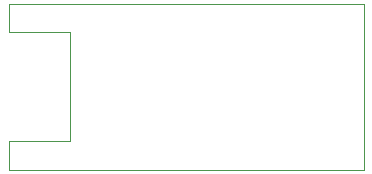
<source format=gbr>
%TF.GenerationSoftware,KiCad,Pcbnew,(5.1.6)-1*%
%TF.CreationDate,2022-01-16T18:26:27+08:00*%
%TF.ProjectId,esp32s2-uart,65737033-3273-4322-9d75-6172742e6b69,rev?*%
%TF.SameCoordinates,Original*%
%TF.FileFunction,Profile,NP*%
%FSLAX46Y46*%
G04 Gerber Fmt 4.6, Leading zero omitted, Abs format (unit mm)*
G04 Created by KiCad (PCBNEW (5.1.6)-1) date 2022-01-16 18:26:27*
%MOMM*%
%LPD*%
G01*
G04 APERTURE LIST*
%TA.AperFunction,Profile*%
%ADD10C,0.050000*%
%TD*%
G04 APERTURE END LIST*
D10*
X0Y2387600D02*
X0Y0D01*
X0Y14000000D02*
X0Y11684000D01*
X5130800Y2387600D02*
X0Y2387600D01*
X5130800Y11684000D02*
X5130800Y2387600D01*
X0Y11684000D02*
X5130800Y11684000D01*
X30000000Y0D02*
X0Y0D01*
X30000000Y14000000D02*
X30000000Y0D01*
X0Y14000000D02*
X30000000Y14000000D01*
M02*

</source>
